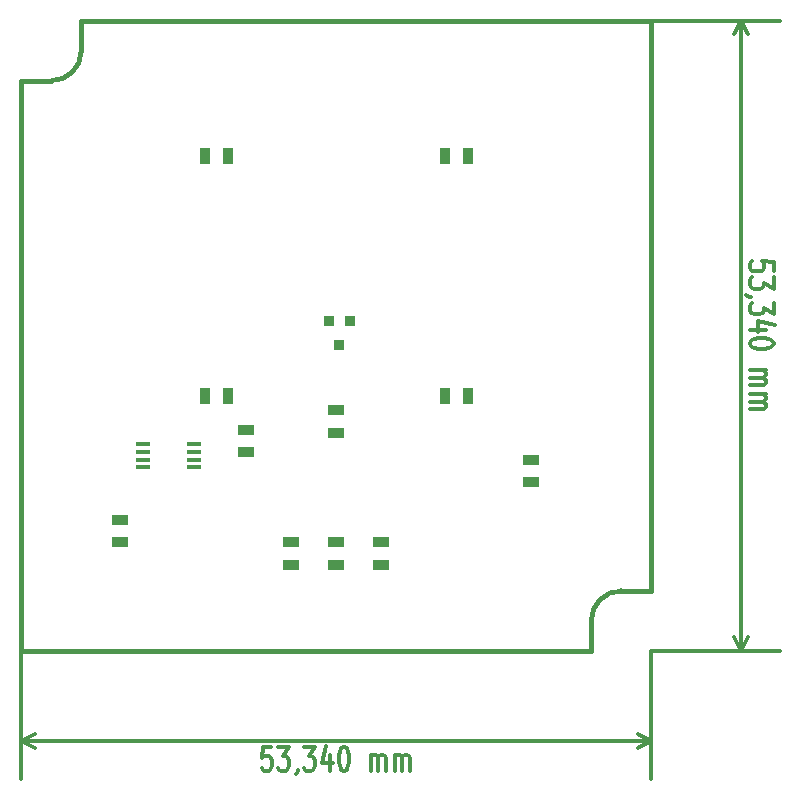
<source format=gtp>
G04 (created by PCBNEW (2013-mar-13)-testing) date Thu 23 May 2013 05:01:18 PM CEST*
%MOIN*%
G04 Gerber Fmt 3.4, Leading zero omitted, Abs format*
%FSLAX34Y34*%
G01*
G70*
G90*
G04 APERTURE LIST*
%ADD10C,0.005906*%
%ADD11C,0.015000*%
%ADD12C,0.012000*%
%ADD13R,0.055000X0.035000*%
%ADD14R,0.036000X0.036000*%
%ADD15R,0.035000X0.055000*%
%ADD16R,0.050000X0.015000*%
G04 APERTURE END LIST*
G54D10*
G54D11*
X19000Y-40000D02*
X19000Y-21000D01*
X38000Y-40000D02*
X19000Y-40000D01*
X40000Y-19000D02*
X40000Y-38000D01*
X21000Y-19000D02*
X40000Y-19000D01*
X39000Y-38000D02*
X40000Y-38000D01*
X38000Y-39500D02*
X38000Y-40000D01*
X19500Y-21000D02*
X19000Y-21000D01*
X21000Y-19500D02*
X21000Y-19000D01*
X20000Y-21000D02*
X19500Y-21000D01*
X21000Y-20000D02*
X21000Y-19500D01*
X38000Y-39000D02*
X38000Y-39500D01*
X39000Y-38000D02*
G75*
G03X38000Y-39000I0J-1000D01*
G74*
G01*
X20000Y-21000D02*
G75*
G03X21000Y-20000I0J1000D01*
G74*
G01*
G54D12*
X44077Y-27328D02*
X44077Y-27042D01*
X43696Y-27014D01*
X43734Y-27042D01*
X43772Y-27099D01*
X43772Y-27242D01*
X43734Y-27299D01*
X43696Y-27328D01*
X43619Y-27357D01*
X43429Y-27357D01*
X43353Y-27328D01*
X43315Y-27299D01*
X43277Y-27242D01*
X43277Y-27099D01*
X43315Y-27042D01*
X43353Y-27014D01*
X44077Y-27557D02*
X44077Y-27928D01*
X43772Y-27728D01*
X43772Y-27814D01*
X43734Y-27871D01*
X43696Y-27899D01*
X43619Y-27928D01*
X43429Y-27928D01*
X43353Y-27899D01*
X43315Y-27871D01*
X43277Y-27814D01*
X43277Y-27642D01*
X43315Y-27585D01*
X43353Y-27557D01*
X43315Y-28214D02*
X43277Y-28214D01*
X43200Y-28185D01*
X43162Y-28157D01*
X44077Y-28414D02*
X44077Y-28785D01*
X43772Y-28585D01*
X43772Y-28671D01*
X43734Y-28728D01*
X43696Y-28757D01*
X43619Y-28785D01*
X43429Y-28785D01*
X43353Y-28757D01*
X43315Y-28728D01*
X43277Y-28671D01*
X43277Y-28500D01*
X43315Y-28442D01*
X43353Y-28414D01*
X43810Y-29300D02*
X43277Y-29300D01*
X44115Y-29157D02*
X43543Y-29014D01*
X43543Y-29385D01*
X44077Y-29728D02*
X44077Y-29785D01*
X44039Y-29842D01*
X44000Y-29871D01*
X43924Y-29900D01*
X43772Y-29928D01*
X43581Y-29928D01*
X43429Y-29900D01*
X43353Y-29871D01*
X43315Y-29842D01*
X43277Y-29785D01*
X43277Y-29728D01*
X43315Y-29671D01*
X43353Y-29642D01*
X43429Y-29614D01*
X43581Y-29585D01*
X43772Y-29585D01*
X43924Y-29614D01*
X44000Y-29642D01*
X44039Y-29671D01*
X44077Y-29728D01*
X43277Y-30642D02*
X43810Y-30642D01*
X43734Y-30642D02*
X43772Y-30671D01*
X43810Y-30728D01*
X43810Y-30814D01*
X43772Y-30871D01*
X43696Y-30900D01*
X43277Y-30900D01*
X43696Y-30900D02*
X43772Y-30928D01*
X43810Y-30985D01*
X43810Y-31071D01*
X43772Y-31128D01*
X43696Y-31157D01*
X43277Y-31157D01*
X43277Y-31442D02*
X43810Y-31442D01*
X43734Y-31442D02*
X43772Y-31471D01*
X43810Y-31528D01*
X43810Y-31614D01*
X43772Y-31671D01*
X43696Y-31700D01*
X43277Y-31700D01*
X43696Y-31700D02*
X43772Y-31728D01*
X43810Y-31785D01*
X43810Y-31871D01*
X43772Y-31928D01*
X43696Y-31957D01*
X43277Y-31957D01*
X42999Y-19000D02*
X42999Y-40000D01*
X40000Y-19000D02*
X44279Y-19000D01*
X40000Y-40000D02*
X44279Y-40000D01*
X42999Y-40000D02*
X42769Y-39557D01*
X42999Y-40000D02*
X43229Y-39557D01*
X42999Y-19000D02*
X42769Y-19443D01*
X42999Y-19000D02*
X43229Y-19443D01*
X27328Y-43200D02*
X27042Y-43200D01*
X27014Y-43581D01*
X27042Y-43543D01*
X27099Y-43505D01*
X27242Y-43505D01*
X27299Y-43543D01*
X27328Y-43581D01*
X27357Y-43658D01*
X27357Y-43848D01*
X27328Y-43924D01*
X27299Y-43962D01*
X27242Y-44000D01*
X27099Y-44000D01*
X27042Y-43962D01*
X27014Y-43924D01*
X27557Y-43200D02*
X27928Y-43200D01*
X27728Y-43505D01*
X27814Y-43505D01*
X27871Y-43543D01*
X27899Y-43581D01*
X27928Y-43658D01*
X27928Y-43848D01*
X27899Y-43924D01*
X27871Y-43962D01*
X27814Y-44000D01*
X27642Y-44000D01*
X27585Y-43962D01*
X27557Y-43924D01*
X28214Y-43962D02*
X28214Y-44000D01*
X28185Y-44077D01*
X28157Y-44115D01*
X28414Y-43200D02*
X28785Y-43200D01*
X28585Y-43505D01*
X28671Y-43505D01*
X28728Y-43543D01*
X28757Y-43581D01*
X28785Y-43658D01*
X28785Y-43848D01*
X28757Y-43924D01*
X28728Y-43962D01*
X28671Y-44000D01*
X28500Y-44000D01*
X28442Y-43962D01*
X28414Y-43924D01*
X29300Y-43467D02*
X29300Y-44000D01*
X29157Y-43162D02*
X29014Y-43734D01*
X29385Y-43734D01*
X29728Y-43200D02*
X29785Y-43200D01*
X29842Y-43239D01*
X29871Y-43277D01*
X29900Y-43353D01*
X29928Y-43505D01*
X29928Y-43696D01*
X29900Y-43848D01*
X29871Y-43924D01*
X29842Y-43962D01*
X29785Y-44000D01*
X29728Y-44000D01*
X29671Y-43962D01*
X29642Y-43924D01*
X29614Y-43848D01*
X29585Y-43696D01*
X29585Y-43505D01*
X29614Y-43353D01*
X29642Y-43277D01*
X29671Y-43239D01*
X29728Y-43200D01*
X30642Y-44000D02*
X30642Y-43467D01*
X30642Y-43543D02*
X30671Y-43505D01*
X30728Y-43467D01*
X30814Y-43467D01*
X30871Y-43505D01*
X30900Y-43581D01*
X30900Y-44000D01*
X30900Y-43581D02*
X30928Y-43505D01*
X30985Y-43467D01*
X31071Y-43467D01*
X31128Y-43505D01*
X31157Y-43581D01*
X31157Y-44000D01*
X31442Y-44000D02*
X31442Y-43467D01*
X31442Y-43543D02*
X31471Y-43505D01*
X31528Y-43467D01*
X31614Y-43467D01*
X31671Y-43505D01*
X31700Y-43581D01*
X31700Y-44000D01*
X31700Y-43581D02*
X31728Y-43505D01*
X31785Y-43467D01*
X31871Y-43467D01*
X31928Y-43505D01*
X31957Y-43581D01*
X31957Y-44000D01*
X19000Y-42999D02*
X40000Y-42999D01*
X19000Y-40000D02*
X19000Y-44279D01*
X40000Y-40000D02*
X40000Y-44279D01*
X40000Y-42999D02*
X39557Y-43229D01*
X40000Y-42999D02*
X39557Y-42769D01*
X19000Y-42999D02*
X19443Y-43229D01*
X19000Y-42999D02*
X19443Y-42769D01*
G54D13*
X31000Y-36375D03*
X31000Y-37125D03*
X26500Y-33375D03*
X26500Y-32625D03*
G54D14*
X29250Y-29000D03*
X29950Y-29000D03*
X29600Y-29800D03*
G54D13*
X36000Y-33625D03*
X36000Y-34375D03*
G54D15*
X25875Y-23500D03*
X25125Y-23500D03*
G54D13*
X29500Y-31975D03*
X29500Y-32725D03*
X22300Y-36375D03*
X22300Y-35625D03*
G54D15*
X25875Y-31500D03*
X25125Y-31500D03*
G54D13*
X29500Y-36375D03*
X29500Y-37125D03*
X28000Y-36375D03*
X28000Y-37125D03*
G54D15*
X33875Y-23500D03*
X33125Y-23500D03*
X33875Y-31500D03*
X33125Y-31500D03*
G54D16*
X23050Y-33116D03*
X23050Y-33372D03*
X23050Y-33628D03*
X23050Y-33884D03*
X24750Y-33884D03*
X24750Y-33628D03*
X24750Y-33372D03*
X24750Y-33116D03*
M02*

</source>
